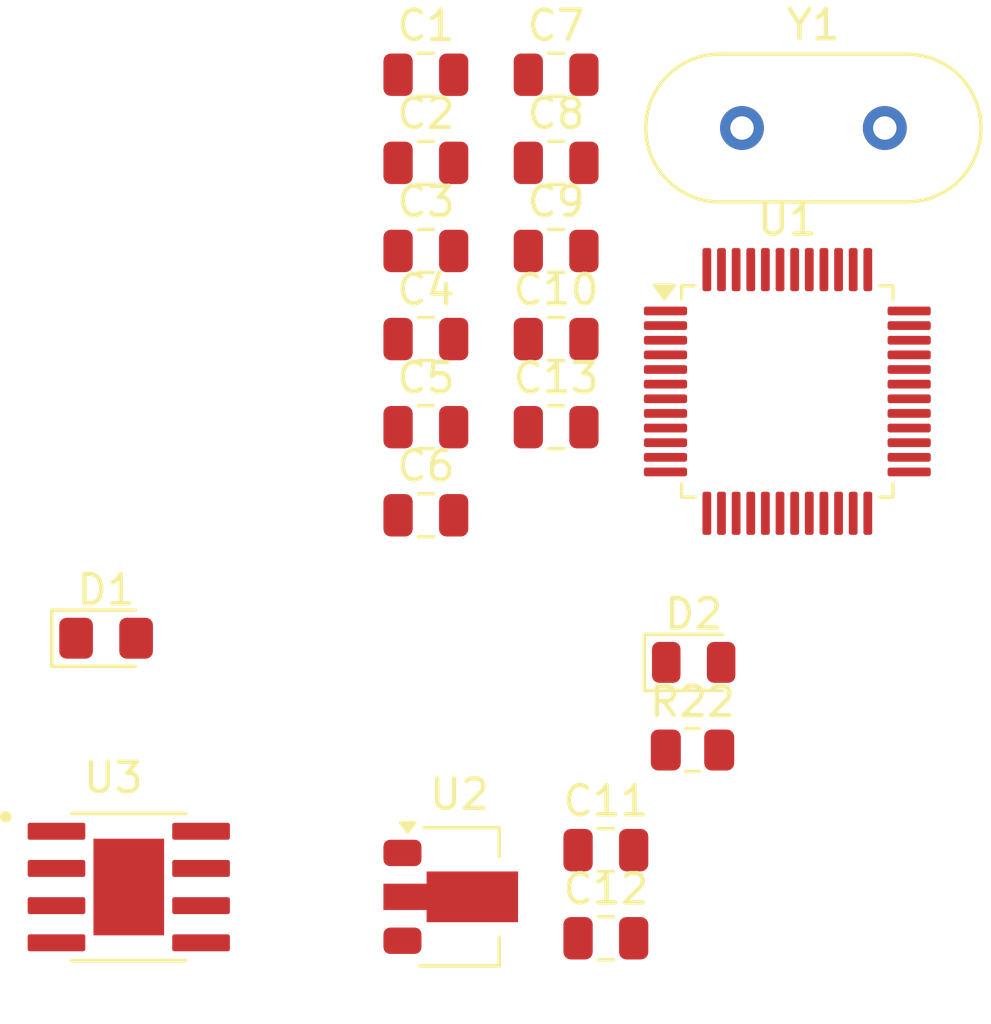
<source format=kicad_pcb>
(kicad_pcb (version 20241229) (generator "pcbnew") (generator_version "9.0")
  (layers (0 "F.Cu" signal) (2 "B.Cu" signal) (13 "F.Paste" user) (15 "B.Paste" user) (5 "F.SilkS" user "F.Silkscreen") (7 "B.SilkS" user "B.Silkscreen") (1 "F.Mask" user) (3 "B.Mask" user) (25 "Edge.Cuts" user))
  (net 0 "")
  (net 1 "Net-(U1-PD0)")
  (net 2 "GND")
  (net 3 "Net-(U1-PD1)")
  (net 4 "+3.3V")
  (net 5 "+5V")
  (net 6 "Net-(U1-NRST)")
  (net 7 "Net-(D2-K)")
  (net 8 "SERVO8")
  (net 9 "Net-(U1-VSS-Pad23)")
  (net 12 "SERVO1")
  (net 15 "SERVO15")
  (net 18 "SERVO2")
  (net 19 "SERVO17")
  (net 23 "SERVO7")
  (net 26 "SERVO16")
  (net 27 "SERVO3")
  (net 28 "SERVO10")
  (net 30 "SERVO4")
  (net 31 "SERVO14")
  (net 32 "SERVO18")
  (net 33 "SERVO9")
  (net 34 "SERVO6")
  (net 38 "SERVO11")
  (net 39 "SERVO13")
  (net 41 "SERVO12")
  (net 42 "SERVO5")
  (net 52 "VOUT")
  (net 53 "DC_IN")
  (footprint "Diode_SMD:D_0805_2012Metric_Pad1.15x1.40mm_HandSolder" (layer "F.Cu") (at 58.975 74.75)
    (property "Reference" "D1" (at 0 -1.65 0) (layer "F.SilkS"))
    (property "Value" "D")
    (fp_line (start -1.86 -0.96) (end -1.86 0.96) (stroke (width 0.12)) (layer "F.SilkS"))
    (fp_line (start -1.86 0.96) (end 1 0.96) (stroke (width 0.12)) (layer "F.SilkS"))
    (fp_line (start 1 -0.96) (end -1.86 -0.96) (stroke (width 0.12)) (layer "F.SilkS"))
    (pad "1" smd roundrect (at -1.025 0) (size 1.15 1.4) (layers "F.Cu" "F.Mask" "F.Paste") (roundrect_rratio 0.217391) (net 52 "VOUT"))
    (pad "2" smd roundrect (at 1.025 0) (size 1.15 1.4) (layers "F.Cu" "F.Mask" "F.Paste") (roundrect_rratio 0.217391) (net 53 "DC_IN"))
  )
  (footprint "Capacitor_SMD:C_0805_2012Metric" (layer "F.Cu") (at 76.05 85)
    (property "Reference" "C12" (at 0 -1.68 0) (layer "F.SilkS"))
    (property "Value" "10uF")
    (fp_line (start -0.261252 -0.735) (end 0.261252 -0.735) (stroke (width 0.12)) (layer "F.SilkS"))
    (fp_line (start -0.261252 0.735) (end 0.261252 0.735) (stroke (width 0.12)) (layer "F.SilkS"))
    (pad "1" smd roundrect (at -0.95 0) (size 1 1.45) (layers "F.Cu" "F.Mask" "F.Paste") (net 4 "+3.3V"))
    (pad "2" smd roundrect (at 0.95 0) (size 1 1.45) (layers "F.Cu" "F.Mask" "F.Paste") (net 2 "GND"))
  )
  (footprint "Package_QFP:LQFP-48_7x7mm_P0.5mm" (layer "F.Cu") (at 82.25 66.32)
    (property "Reference" "U1" (at 0 -5.85 0) (layer "F.SilkS"))
    (property "Value" "STM32F103CBTx")
    (fp_line (start -3.61 -3.61) (end -3.61 -3.16) (stroke (width 0.12)) (layer "F.SilkS"))
    (fp_line (start -3.61 3.61) (end -3.61 3.16) (stroke (width 0.12)) (layer "F.SilkS"))
    (fp_line (start -3.16 -3.61) (end -3.61 -3.61) (stroke (width 0.12)) (layer "F.SilkS"))
    (fp_line (start -3.16 3.61) (end -3.61 3.61) (stroke (width 0.12)) (layer "F.SilkS"))
    (fp_line (start 3.16 -3.61) (end 3.61 -3.61) (stroke (width 0.12)) (layer "F.SilkS"))
    (fp_line (start 3.16 3.61) (end 3.61 3.61) (stroke (width 0.12)) (layer "F.SilkS"))
    (fp_line (start 3.61 -3.61) (end 3.61 -3.16) (stroke (width 0.12)) (layer "F.SilkS"))
    (fp_line (start 3.61 3.61) (end 3.61 3.16) (stroke (width 0.12)) (layer "F.SilkS"))
    (fp_poly (pts (xy -4.2 -3.16) (xy -4.54 -3.63) (xy -3.86 -3.63) (xy -4.2 -3.16)) (stroke (width 0.12)) (fill yes) (layer "F.SilkS"))
    (pad "1" smd roundrect (at -4.1625 -2.75) (size 1.475 0.3) (layers "F.Cu" "F.Mask" "F.Paste") (net 4 "+3.3V"))
    (pad "2" smd roundrect (at -4.1625 -2.25) (size 1.475 0.3) (layers "F.Cu" "F.Mask" "F.Paste"))
    (pad "3" smd roundrect (at -4.1625 -1.75) (size 1.475 0.3) (layers "F.Cu" "F.Mask" "F.Paste"))
    (pad "4" smd roundrect (at -4.1625 -1.25) (size 1.475 0.3) (layers "F.Cu" "F.Mask" "F.Paste"))
    (pad "5" smd roundrect (at -4.1625 -0.75) (size 1.475 0.3) (layers "F.Cu" "F.Mask" "F.Paste") (net 1 "Net-(U1-PD0)"))
    (pad "6" smd roundrect (at -4.1625 -0.25) (size 1.475 0.3) (layers "F.Cu" "F.Mask" "F.Paste") (net 3 "Net-(U1-PD1)"))
    (pad "7" smd roundrect (at -4.1625 0.25) (size 1.475 0.3) (layers "F.Cu" "F.Mask" "F.Paste") (net 6 "Net-(U1-NRST)"))
    (pad "8" smd roundrect (at -4.1625 0.75) (size 1.475 0.3) (layers "F.Cu" "F.Mask" "F.Paste"))
    (pad "9" smd roundrect (at -4.1625 1.25) (size 1.475 0.3) (layers "F.Cu" "F.Mask" "F.Paste") (net 4 "+3.3V"))
    (pad "10" smd roundrect (at -4.1625 1.75) (size 1.475 0.3) (layers "F.Cu" "F.Mask" "F.Paste"))
    (pad "11" smd roundrect (at -4.1625 2.25) (size 1.475 0.3) (layers "F.Cu" "F.Mask" "F.Paste") (net 12 "SERVO1"))
    (pad "12" smd roundrect (at -4.1625 2.75) (size 1.475 0.3) (layers "F.Cu" "F.Mask" "F.Paste") (net 18 "SERVO2"))
    (pad "13" smd roundrect (at -2.75 4.1625) (size 0.3 1.475) (layers "F.Cu" "F.Mask" "F.Paste") (net 27 "SERVO3"))
    (pad "14" smd roundrect (at -2.25 4.1625) (size 0.3 1.475) (layers "F.Cu" "F.Mask" "F.Paste") (net 30 "SERVO4"))
    (pad "15" smd roundrect (at -1.75 4.1625) (size 0.3 1.475) (layers "F.Cu" "F.Mask" "F.Paste") (net 42 "SERVO5"))
    (pad "16" smd roundrect (at -1.25 4.1625) (size 0.3 1.475) (layers "F.Cu" "F.Mask" "F.Paste") (net 34 "SERVO6"))
    (pad "17" smd roundrect (at -0.75 4.1625) (size 0.3 1.475) (layers "F.Cu" "F.Mask" "F.Paste") (net 23 "SERVO7"))
    (pad "18" smd roundrect (at -0.25 4.1625) (size 0.3 1.475) (layers "F.Cu" "F.Mask" "F.Paste") (net 8 "SERVO8"))
    (pad "19" smd roundrect (at 0.25 4.1625) (size 0.3 1.475) (layers "F.Cu" "F.Mask" "F.Paste") (net 33 "SERVO9"))
    (pad "20" smd roundrect (at 0.75 4.1625) (size 0.3 1.475) (layers "F.Cu" "F.Mask" "F.Paste") (net 28 "SERVO10"))
    (pad "21" smd roundrect (at 1.25 4.1625) (size 0.3 1.475) (layers "F.Cu" "F.Mask" "F.Paste") (net 38 "SERVO11"))
    (pad "22" smd roundrect (at 1.75 4.1625) (size 0.3 1.475) (layers "F.Cu" "F.Mask" "F.Paste") (net 41 "SERVO12"))
    (pad "23" smd roundrect (at 2.25 4.1625) (size 0.3 1.475) (layers "F.Cu" "F.Mask" "F.Paste") (net 9 "Net-(U1-VSS-Pad23)"))
    (pad "24" smd roundrect (at 2.75 4.1625) (size 0.3 1.475) (layers "F.Cu" "F.Mask" "F.Paste") (net 4 "+3.3V"))
    (pad "25" smd roundrect (at 4.1625 2.75) (size 1.475 0.3) (layers "F.Cu" "F.Mask" "F.Paste"))
    (pad "26" smd roundrect (at 4.1625 2.25) (size 1.475 0.3) (layers "F.Cu" "F.Mask" "F.Paste"))
    (pad "27" smd roundrect (at 4.1625 1.75) (size 1.475 0.3) (layers "F.Cu" "F.Mask" "F.Paste") (net 39 "SERVO13"))
    (pad "28" smd roundrect (at 4.1625 1.25) (size 1.475 0.3) (layers "F.Cu" "F.Mask" "F.Paste") (net 31 "SERVO14"))
    (pad "29" smd roundrect (at 4.1625 0.75) (size 1.475 0.3) (layers "F.Cu" "F.Mask" "F.Paste") (net 15 "SERVO15"))
    (pad "30" smd roundrect (at 4.1625 0.25) (size 1.475 0.3) (layers "F.Cu" "F.Mask" "F.Paste") (net 26 "SERVO16"))
    (pad "31" smd roundrect (at 4.1625 -0.25) (size 1.475 0.3) (layers "F.Cu" "F.Mask" "F.Paste") (net 19 "SERVO17"))
    (pad "32" smd roundrect (at 4.1625 -0.75) (size 1.475 0.3) (layers "F.Cu" "F.Mask" "F.Paste") (net 32 "SERVO18"))
    (pad "33" smd roundrect (at 4.1625 -1.25) (size 1.475 0.3) (layers "F.Cu" "F.Mask" "F.Paste"))
    (pad "34" smd roundrect (at 4.1625 -1.75) (size 1.475 0.3) (layers "F.Cu" "F.Mask" "F.Paste"))
    (pad "35" smd roundrect (at 4.1625 -2.25) (size 1.475 0.3) (layers "F.Cu" "F.Mask" "F.Paste") (net 9 "Net-(U1-VSS-Pad23)"))
    (pad "36" smd roundrect (at 4.1625 -2.75) (size 1.475 0.3) (layers "F.Cu" "F.Mask" "F.Paste") (net 4 "+3.3V"))
    (pad "37" smd roundrect (at 2.75 -4.1625) (size 0.3 1.475) (layers "F.Cu" "F.Mask" "F.Paste"))
    (pad "38" smd roundrect (at 2.25 -4.1625) (size 0.3 1.475) (layers "F.Cu" "F.Mask" "F.Paste"))
    (pad "39" smd roundrect (at 1.75 -4.1625) (size 0.3 1.475) (layers "F.Cu" "F.Mask" "F.Paste"))
    (pad "40" smd roundrect (at 1.25 -4.1625) (size 0.3 1.475) (layers "F.Cu" "F.Mask" "F.Paste"))
    (pad "41" smd roundrect (at 0.75 -4.1625) (size 0.3 1.475) (layers "F.Cu" "F.Mask" "F.Paste"))
    (pad "42" smd roundrect (at 0.25 -4.1625) (size 0.3 1.475) (layers "F.Cu" "F.Mask" "F.Paste"))
    (pad "43" smd roundrect (at -0.25 -4.1625) (size 0.3 1.475) (layers "F.Cu" "F.Mask" "F.Paste"))
    (pad "44" smd roundrect (at -0.75 -4.1625) (size 0.3 1.475) (layers "F.Cu" "F.Mask" "F.Paste") (net 2 "GND"))
    (pad "45" smd roundrect (at -1.25 -4.1625) (size 0.3 1.475) (layers "F.Cu" "F.Mask" "F.Paste"))
    (pad "46" smd roundrect (at -1.75 -4.1625) (size 0.3 1.475) (layers "F.Cu" "F.Mask" "F.Paste"))
    (pad "47" smd roundrect (at -2.25 -4.1625) (size 0.3 1.475) (layers "F.Cu" "F.Mask" "F.Paste") (net 9 "Net-(U1-VSS-Pad23)"))
    (pad "48" smd roundrect (at -2.75 -4.1625) (size 0.3 1.475) (layers "F.Cu" "F.Mask" "F.Paste") (net 4 "+3.3V"))
  )
  (footprint "Capacitor_SMD:C_0805_2012Metric" (layer "F.Cu") (at 74.35 64.53)
    (property "Reference" "C10" (at 0 -1.68 0) (layer "F.SilkS"))
    (property "Value" "1u")
    (fp_line (start -0.261252 -0.735) (end 0.261252 -0.735) (stroke (width 0.12)) (layer "F.SilkS"))
    (fp_line (start -0.261252 0.735) (end 0.261252 0.735) (stroke (width 0.12)) (layer "F.SilkS"))
    (pad "1" smd roundrect (at -0.95 0) (size 1 1.45) (layers "F.Cu" "F.Mask" "F.Paste") (net 4 "+3.3V"))
    (pad "2" smd roundrect (at 0.95 0) (size 1 1.45) (layers "F.Cu" "F.Mask" "F.Paste") (net 2 "GND"))
  )
  (footprint "Capacitor_SMD:C_0805_2012Metric" (layer "F.Cu") (at 76.05 81.99)
    (property "Reference" "C11" (at 0 -1.68 0) (layer "F.SilkS"))
    (property "Value" "10uF")
    (fp_line (start -0.261252 -0.735) (end 0.261252 -0.735) (stroke (width 0.12)) (layer "F.SilkS"))
    (fp_line (start -0.261252 0.735) (end 0.261252 0.735) (stroke (width 0.12)) (layer "F.SilkS"))
    (pad "1" smd roundrect (at -0.95 0) (size 1 1.45) (layers "F.Cu" "F.Mask" "F.Paste") (net 5 "+5V"))
    (pad "2" smd roundrect (at 0.95 0) (size 1 1.45) (layers "F.Cu" "F.Mask" "F.Paste") (net 2 "GND"))
  )
  (footprint "Package_TO_SOT_SMD:SOT-89-3" (layer "F.Cu") (at 71.05 83.585)
    (property "Reference" "U2" (at 0 -3.5 0) (layer "F.SilkS"))
    (property "Value" "HT7333")
    (fp_line (start -1.22 -2.36) (end 1.36 -2.36) (stroke (width 0.12)) (layer "F.SilkS"))
    (fp_line (start 1.36 -1.38) (end 1.36 -2.36) (stroke (width 0.12)) (layer "F.SilkS"))
    (fp_line (start 1.36 1.38) (end 1.36 2.36) (stroke (width 0.12)) (layer "F.SilkS"))
    (fp_line (start 1.36 2.36) (end -1.36 2.36) (stroke (width 0.12)) (layer "F.SilkS"))
    (fp_poly (pts (xy -1.77 -2.21) (xy -2.01 -2.54) (xy -1.53 -2.54) (xy -1.77 -2.21)) (stroke (width 0.12)) (fill yes) (layer "F.SilkS"))
    (pad "1" smd roundrect (at -1.95 -1.5) (size 1.3 0.9) (layers "F.Cu" "F.Mask" "F.Paste") (net 2 "GND"))
    (pad "2" smd custom (at -1.8625 0) (size 1.475 0.9) (layers "F.Cu" "F.Mask" "F.Paste") (net 5 "+5V") (options (clearance outline) (anchor rect)) (primitives (gr_poly (pts (xy 3.8625 0.8665) (xy 0.7375 0.8665) (xy 0.7375 -0.8665) (xy 3.8625 -0.8665)) (width 0) (fill yes))))
    (pad "3" smd roundrect (at -1.95 1.5) (size 1.3 0.9) (layers "F.Cu" "F.Mask" "F.Paste") (net 4 "+3.3V"))
  )
  (footprint "LED_SMD:LED_0805_2012Metric" (layer "F.Cu") (at 79.05 75.575)
    (property "Reference" "D2" (at 0 -1.65 0) (layer "F.SilkS"))
    (property "Value" "LED")
    (fp_line (start -1.685 -0.96) (end -1.685 0.96) (stroke (width 0.12)) (layer "F.SilkS"))
    (fp_line (start -1.685 0.96) (end 1 0.96) (stroke (width 0.12)) (layer "F.SilkS"))
    (fp_line (start 1 -0.96) (end -1.685 -0.96) (stroke (width 0.12)) (layer "F.SilkS"))
    (pad "1" smd roundrect (at -0.9375 0) (size 0.975 1.4) (layers "F.Cu" "F.Mask" "F.Paste") (net 7 "Net-(D2-K)"))
    (pad "2" smd roundrect (at 0.9375 0) (size 0.975 1.4) (layers "F.Cu" "F.Mask" "F.Paste") (net 4 "+3.3V"))
  )
  (footprint "Resistor_SMD:R_0805_2012Metric" (layer "F.Cu") (at 79.01 78.57)
    (property "Reference" "R22" (at 0 -1.65 0) (layer "F.SilkS"))
    (property "Value" "10")
    (fp_line (start -0.227064 -0.735) (end 0.227064 -0.735) (stroke (width 0.12)) (layer "F.SilkS"))
    (fp_line (start -0.227064 0.735) (end 0.227064 0.735) (stroke (width 0.12)) (layer "F.SilkS"))
    (pad "1" smd roundrect (at -0.9125 0) (size 1.025 1.4) (layers "F.Cu" "F.Mask" "F.Paste") (roundrect_rratio 0.243902) (net 7 "Net-(D2-K)"))
    (pad "2" smd roundrect (at 0.9125 0) (size 1.025 1.4) (layers "F.Cu" "F.Mask" "F.Paste") (roundrect_rratio 0.243902) (net 2 "GND"))
  )
  (footprint "Capacitor_SMD:C_0805_2012Metric" (layer "F.Cu") (at 69.9 70.55)
    (property "Reference" "C6" (at 0 -1.68 0) (layer "F.SilkS"))
    (property "Value" "100nF")
    (fp_line (start -0.261252 -0.735) (end 0.261252 -0.735) (stroke (width 0.12)) (layer "F.SilkS"))
    (fp_line (start -0.261252 0.735) (end 0.261252 0.735) (stroke (width 0.12)) (layer "F.SilkS"))
    (pad "1" smd roundrect (at -0.95 0) (size 1 1.45) (layers "F.Cu" "F.Mask" "F.Paste") (net 4 "+3.3V"))
    (pad "2" smd roundrect (at 0.95 0) (size 1 1.45) (layers "F.Cu" "F.Mask" "F.Paste") (net 2 "GND"))
  )
  (footprint "Capacitor_SMD:C_0805_2012Metric" (layer "F.Cu") (at 74.35 58.51)
    (property "Reference" "C8" (at 0 -1.68 0) (layer "F.SilkS"))
    (property "Value" "10n")
    (fp_line (start -0.261252 -0.735) (end 0.261252 -0.735) (stroke (width 0.12)) (layer "F.SilkS"))
    (fp_line (start -0.261252 0.735) (end 0.261252 0.735) (stroke (width 0.12)) (layer "F.SilkS"))
    (pad "1" smd roundrect (at -0.95 0) (size 1 1.45) (layers "F.Cu" "F.Mask" "F.Paste") (net 4 "+3.3V"))
    (pad "2" smd roundrect (at 0.95 0) (size 1 1.45) (layers "F.Cu" "F.Mask" "F.Paste") (net 2 "GND"))
  )
  (footprint "Capacitor_SMD:C_0805_2012Metric" (layer "F.Cu") (at 74.35 67.54)
    (property "Reference" "C13" (at 0 -1.68 0) (layer "F.SilkS"))
    (property "Value" "100nF")
    (fp_line (start -0.261252 -0.735) (end 0.261252 -0.735) (stroke (width 0.12)) (layer "F.SilkS"))
    (fp_line (start -0.261252 0.735) (end 0.261252 0.735) (stroke (width 0.12)) (layer "F.SilkS"))
    (pad "1" smd roundrect (at -0.95 0) (size 1 1.45) (layers "F.Cu" "F.Mask" "F.Paste") (net 6 "Net-(U1-NRST)"))
    (pad "2" smd roundrect (at 0.95 0) (size 1 1.45) (layers "F.Cu" "F.Mask" "F.Paste") (net 2 "GND"))
  )
  (footprint "Capacitor_SMD:C_0805_2012Metric" (layer "F.Cu") (at 69.9 67.54)
    (property "Reference" "C5" (at 0 -1.68 0) (layer "F.SilkS"))
    (property "Value" "100nF")
    (fp_line (start -0.261252 -0.735) (end 0.261252 -0.735) (stroke (width 0.12)) (layer "F.SilkS"))
    (fp_line (start -0.261252 0.735) (end 0.261252 0.735) (stroke (width 0.12)) (layer "F.SilkS"))
    (pad "1" smd roundrect (at -0.95 0) (size 1 1.45) (layers "F.Cu" "F.Mask" "F.Paste") (net 4 "+3.3V"))
    (pad "2" smd roundrect (at 0.95 0) (size 1 1.45) (layers "F.Cu" "F.Mask" "F.Paste") (net 2 "GND"))
  )
  (footprint "Capacitor_SMD:C_0805_2012Metric" (layer "F.Cu") (at 74.35 61.52)
    (property "Reference" "C9" (at 0 -1.68 0) (layer "F.SilkS"))
    (property "Value" "1u")
    (fp_line (start -0.261252 -0.735) (end 0.261252 -0.735) (stroke (width 0.12)) (layer "F.SilkS"))
    (fp_line (start -0.261252 0.735) (end 0.261252 0.735) (stroke (width 0.12)) (layer "F.SilkS"))
    (pad "1" smd roundrect (at -0.95 0) (size 1 1.45) (layers "F.Cu" "F.Mask" "F.Paste") (net 4 "+3.3V"))
    (pad "2" smd roundrect (at 0.95 0) (size 1 1.45) (layers "F.Cu" "F.Mask" "F.Paste") (net 2 "GND"))
  )
  (footprint "Crystal:Crystal_HC49-4H_Vertical" (layer "F.Cu") (at 80.7 57.32)
    (property "Reference" "Y1" (at 2.44 -3.525 0) (layer "F.SilkS"))
    (property "Value" "8Mhz")
    (fp_line (start -0.76 -2.525) (end 5.64 -2.525) (stroke (width 0.12)) (layer "F.SilkS"))
    (fp_line (start -0.76 2.525) (end 5.64 2.525) (stroke (width 0.12)) (layer "F.SilkS"))
    (fp_arc (start -0.76 2.525) (mid -3.285 0) (end -0.76 -2.525) (stroke (width 0.12)) (layer "F.SilkS"))
    (fp_arc (start 5.64 -2.525) (mid 8.165 0) (end 5.64 2.525) (stroke (width 0.12)) (layer "F.SilkS"))
    (pad "1" thru_hole circle (at 0 0) (size 1.5 1.5) (drill 0.8) (layers "*.Cu" "*.Mask") (net 3 "Net-(U1-PD1)"))
    (pad "2" thru_hole circle (at 4.88 0) (size 1.5 1.5) (drill 0.8) (layers "*.Cu" "*.Mask") (net 1 "Net-(U1-PD0)"))
  )
  (footprint "pro_lib:RT8289GSP" (layer "F.Cu") (at 59.75 83.25)
    (property "Reference" "U3" (at -0.53 -3.735 0) (layer "F.SilkS"))
    (property "Value" "~" (hide yes))
    (fp_line (start -1.94925 -2.515) (end 1.94925 -2.515) (stroke (width 0.127)) (layer "F.SilkS"))
    (fp_line (start -1.94925 2.515) (end 1.94925 2.515) (stroke (width 0.127)) (layer "F.SilkS"))
    (fp_circle (center -4.2 -2.4) (end -4.1 -2.4) (stroke (width 0.2)) (fill no) (layer "F.SilkS"))
    (pad "1" smd roundrect (at -2.47 -1.905) (size 1.97 0.58) (layers "F.Cu" "F.Mask" "F.Paste") (roundrect_rratio 0.125) (net 52 "VOUT"))
    (pad "2" smd roundrect (at -2.47 -0.635) (size 1.97 0.58) (layers "F.Cu" "F.Mask" "F.Paste") (roundrect_rratio 0.125))
    (pad "3" smd roundrect (at -2.47 0.635) (size 1.97 0.58) (layers "F.Cu" "F.Mask" "F.Paste") (roundrect_rratio 0.125))
    (pad "4" smd roundrect (at -2.47 1.905) (size 1.97 0.58) (layers "F.Cu" "F.Mask" "F.Paste") (roundrect_rratio 0.125))
    (pad "5" smd roundrect (at 2.47 1.905) (size 1.97 0.58) (layers "F.Cu" "F.Mask" "F.Paste") (roundrect_rratio 0.125))
    (pad "6" smd roundrect (at 2.47 0.635) (size 1.97 0.58) (layers "F.Cu" "F.Mask" "F.Paste") (roundrect_rratio 0.125))
    (pad "7" smd roundrect (at 2.47 -0.635) (size 1.97 0.58) (layers "F.Cu" "F.Mask" "F.Paste") (roundrect_rratio 0.125))
    (pad "8" smd roundrect (at 2.47 -1.905) (size 1.97 0.58) (layers "F.Cu" "F.Mask" "F.Paste") (roundrect_rratio 0.125))
    (pad "9" smd rect (at 0 0) (size 2.413 3.302) (layers "F.Cu" "F.Mask"))
  )
  (footprint "Capacitor_SMD:C_0805_2012Metric" (layer "F.Cu") (at 69.9 55.5)
    (property "Reference" "C1" (at 0 -1.68 0) (layer "F.SilkS"))
    (property "Value" "20p")
    (fp_line (start -0.261252 -0.735) (end 0.261252 -0.735) (stroke (width 0.12)) (layer "F.SilkS"))
    (fp_line (start -0.261252 0.735) (end 0.261252 0.735) (stroke (width 0.12)) (layer "F.SilkS"))
    (pad "1" smd roundrect (at -0.95 0) (size 1 1.45) (layers "F.Cu" "F.Mask" "F.Paste") (net 2 "GND"))
    (pad "2" smd roundrect (at 0.95 0) (size 1 1.45) (layers "F.Cu" "F.Mask" "F.Paste") (net 1 "Net-(U1-PD0)"))
  )
  (footprint "Capacitor_SMD:C_0805_2012Metric" (layer "F.Cu") (at 74.35 55.5)
    (property "Reference" "C7" (at 0 -1.68 0) (layer "F.SilkS"))
    (property "Value" "10uF")
    (fp_line (start -0.261252 -0.735) (end 0.261252 -0.735) (stroke (width 0.12)) (layer "F.SilkS"))
    (fp_line (start -0.261252 0.735) (end 0.261252 0.735) (stroke (width 0.12)) (layer "F.SilkS"))
    (pad "1" smd roundrect (at -0.95 0) (size 1 1.45) (layers "F.Cu" "F.Mask" "F.Paste") (net 4 "+3.3V"))
    (pad "2" smd roundrect (at 0.95 0) (size 1 1.45) (layers "F.Cu" "F.Mask" "F.Paste") (net 2 "GND"))
  )
  (footprint "Capacitor_SMD:C_0805_2012Metric" (layer "F.Cu") (at 69.9 64.53)
    (property "Reference" "C4" (at 0 -1.68 0) (layer "F.SilkS"))
    (property "Value" "100nF")
    (fp_line (start -0.261252 -0.735) (end 0.261252 -0.735) (stroke (width 0.12)) (layer "F.SilkS"))
    (fp_line (start -0.261252 0.735) (end 0.261252 0.735) (stroke (width 0.12)) (layer "F.SilkS"))
    (pad "1" smd roundrect (at -0.95 0) (size 1 1.45) (layers "F.Cu" "F.Mask" "F.Paste") (net 4 "+3.3V"))
    (pad "2" smd roundrect (at 0.95 0) (size 1 1.45) (layers "F.Cu" "F.Mask" "F.Paste") (net 2 "GND"))
  )
  (footprint "Capacitor_SMD:C_0805_2012Metric" (layer "F.Cu") (at 69.9 61.52)
    (property "Reference" "C3" (at 0 -1.68 0) (layer "F.SilkS"))
    (property "Value" "100nF")
    (fp_line (start -0.261252 -0.735) (end 0.261252 -0.735) (stroke (width 0.12)) (layer "F.SilkS"))
    (fp_line (start -0.261252 0.735) (end 0.261252 0.735) (stroke (width 0.12)) (layer "F.SilkS"))
    (pad "1" smd roundrect (at -0.95 0) (size 1 1.45) (layers "F.Cu" "F.Mask" "F.Paste") (net 4 "+3.3V"))
    (pad "2" smd roundrect (at 0.95 0) (size 1 1.45) (layers "F.Cu" "F.Mask" "F.Paste") (net 2 "GND"))
  )
  (footprint "Capacitor_SMD:C_0805_2012Metric" (layer "F.Cu") (at 69.9 58.51)
    (property "Reference" "C2" (at 0 -1.68 0) (layer "F.SilkS"))
    (property "Value" "20p")
    (fp_line (start -0.261252 -0.735) (end 0.261252 -0.735) (stroke (width 0.12)) (layer "F.SilkS"))
    (fp_line (start -0.261252 0.735) (end 0.261252 0.735) (stroke (width 0.12)) (layer "F.SilkS"))
    (pad "1" smd roundrect (at -0.95 0) (size 1 1.45) (layers "F.Cu" "F.Mask" "F.Paste") (net 3 "Net-(U1-PD1)"))
    (pad "2" smd roundrect (at 0.95 0) (size 1 1.45) (layers "F.Cu" "F.Mask" "F.Paste") (net 2 "GND"))
  )
)
</source>
